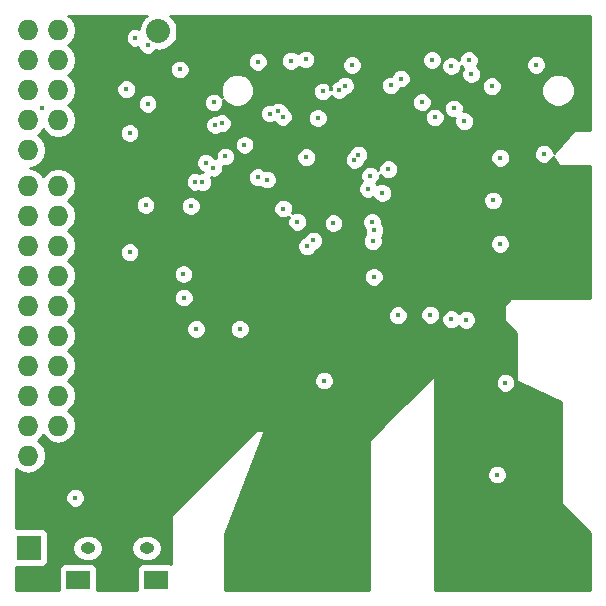
<source format=gbr>
%FSLAX34Y34*%
G04 Gerber Fmt 3.4, Leading zero omitted, Abs format*
G04 (created by PCBNEW (2014-06-12 BZR 4942)-product) date Mon 16 Jun 2014 06:59:23 PM PDT*
%MOIN*%
G01*
G70*
G90*
G04 APERTURE LIST*
%ADD10C,0.003937*%
%ADD11R,0.285000X0.285000*%
%ADD12O,0.049213X0.037402*%
%ADD13R,0.068000X0.068000*%
%ADD14O,0.068000X0.068000*%
%ADD15R,0.080000X0.080000*%
%ADD16O,0.080000X0.080000*%
%ADD17C,0.015748*%
%ADD18C,0.010000*%
G04 APERTURE END LIST*
G54D10*
G54D11*
X63543Y-21929D03*
G54D12*
X51870Y-31791D03*
X53838Y-31791D03*
G54D10*
G36*
X51948Y-32549D02*
X51948Y-33159D01*
X51161Y-33159D01*
X51161Y-32549D01*
X51948Y-32549D01*
X51948Y-32549D01*
G37*
G36*
X54547Y-32549D02*
X54547Y-33159D01*
X53759Y-33159D01*
X53759Y-32549D01*
X54547Y-32549D01*
X54547Y-32549D01*
G37*
G54D13*
X50893Y-18535D03*
G54D14*
X49893Y-18535D03*
X50893Y-17535D03*
X49893Y-17535D03*
X50893Y-16535D03*
X49893Y-16535D03*
X50893Y-15535D03*
X49893Y-15535D03*
X50893Y-14535D03*
X49893Y-14535D03*
G54D15*
X49901Y-31783D03*
G54D16*
X49901Y-32783D03*
G54D15*
X55224Y-14566D03*
G54D16*
X54224Y-14566D03*
G54D13*
X50893Y-28712D03*
G54D14*
X49893Y-28712D03*
X50893Y-27712D03*
X49893Y-27712D03*
X50893Y-26712D03*
X49893Y-26712D03*
X50893Y-25712D03*
X49893Y-25712D03*
X50893Y-24712D03*
X49893Y-24712D03*
X50893Y-23712D03*
X49893Y-23712D03*
X50893Y-22712D03*
X49893Y-22712D03*
X50893Y-21712D03*
X49893Y-21712D03*
X50893Y-20712D03*
X49893Y-20712D03*
X50893Y-19712D03*
X49893Y-19712D03*
G54D17*
X67079Y-18651D03*
X56580Y-32394D03*
X57914Y-22653D03*
X59981Y-16506D03*
X65215Y-31402D03*
X68498Y-32394D03*
X65742Y-20258D03*
X60590Y-30236D03*
X60759Y-28338D03*
X59842Y-32480D03*
X59744Y-26980D03*
X64000Y-21900D03*
X63543Y-21929D03*
X64000Y-21300D03*
X64500Y-21300D03*
X64500Y-21900D03*
X64500Y-22500D03*
X64500Y-23100D03*
X64000Y-23100D03*
X64000Y-22500D03*
X63500Y-22500D03*
X63500Y-23100D03*
X62900Y-23100D03*
X62900Y-22500D03*
X62900Y-21900D03*
X62900Y-21300D03*
X63500Y-21300D03*
X63500Y-20800D03*
X62900Y-20800D03*
X62400Y-20800D03*
X62400Y-21300D03*
X62400Y-21900D03*
X62400Y-22500D03*
X62400Y-23100D03*
X64000Y-20800D03*
X64500Y-20800D03*
X53803Y-20362D03*
X59392Y-21542D03*
X58862Y-20916D03*
X61692Y-19958D03*
X59158Y-18771D03*
X65385Y-20205D03*
X55306Y-20393D03*
X63295Y-24017D03*
X62212Y-24036D03*
X65619Y-21651D03*
X59748Y-26212D03*
X65516Y-29343D03*
X51454Y-30118D03*
X63992Y-24167D03*
X61372Y-21567D03*
X65628Y-18782D03*
X61347Y-20927D03*
X65340Y-16400D03*
X61432Y-21206D03*
X64425Y-17568D03*
X61220Y-19815D03*
X64661Y-15995D03*
X61895Y-19168D03*
X63440Y-17440D03*
X59703Y-16572D03*
X56070Y-16942D03*
X61287Y-19382D03*
X60065Y-20963D03*
X60453Y-16378D03*
X60686Y-15696D03*
X60248Y-16528D03*
X59135Y-15505D03*
X61408Y-22756D03*
X59185Y-21735D03*
X58228Y-17242D03*
X53870Y-15022D03*
X58643Y-15547D03*
X54946Y-15841D03*
X58374Y-17416D03*
X53162Y-16501D03*
X57939Y-17309D03*
X53465Y-14784D03*
X60763Y-18856D03*
X57854Y-19511D03*
X57543Y-15582D03*
X57545Y-19435D03*
X56124Y-17693D03*
X57100Y-18356D03*
X53271Y-17959D03*
X66820Y-15687D03*
X55067Y-22662D03*
X64575Y-15530D03*
X53271Y-21933D03*
X64078Y-17139D03*
X55079Y-23445D03*
X63990Y-15725D03*
X55462Y-19587D03*
X63353Y-15523D03*
X56067Y-19119D03*
X63005Y-16930D03*
X55693Y-19601D03*
X59543Y-17461D03*
X56345Y-17635D03*
X62313Y-16145D03*
X55819Y-18954D03*
X61978Y-16372D03*
X56463Y-18741D03*
X56946Y-24492D03*
X55482Y-24492D03*
X60899Y-18680D03*
X58393Y-20480D03*
X50363Y-17113D03*
X53870Y-16982D03*
X64487Y-24183D03*
X65798Y-26282D03*
G54D18*
G36*
X68627Y-33194D02*
X66127Y-33194D01*
X66127Y-26217D01*
X66077Y-26096D01*
X65985Y-26003D01*
X65864Y-25953D01*
X65733Y-25953D01*
X65612Y-26003D01*
X65520Y-26095D01*
X65470Y-26216D01*
X65470Y-26347D01*
X65520Y-26468D01*
X65612Y-26560D01*
X65733Y-26611D01*
X65864Y-26611D01*
X65984Y-26561D01*
X66077Y-26468D01*
X66127Y-26348D01*
X66127Y-26217D01*
X66127Y-33194D01*
X65845Y-33194D01*
X65845Y-29278D01*
X65795Y-29157D01*
X65703Y-29065D01*
X65582Y-29015D01*
X65451Y-29015D01*
X65330Y-29065D01*
X65238Y-29157D01*
X65187Y-29278D01*
X65187Y-29409D01*
X65237Y-29529D01*
X65330Y-29622D01*
X65450Y-29672D01*
X65581Y-29672D01*
X65702Y-29622D01*
X65795Y-29530D01*
X65845Y-29409D01*
X65845Y-29278D01*
X65845Y-33194D01*
X64989Y-33194D01*
X64989Y-15930D01*
X64939Y-15809D01*
X64850Y-15720D01*
X64854Y-15716D01*
X64904Y-15595D01*
X64904Y-15465D01*
X64854Y-15344D01*
X64762Y-15251D01*
X64641Y-15201D01*
X64510Y-15201D01*
X64389Y-15251D01*
X64297Y-15343D01*
X64246Y-15464D01*
X64246Y-15516D01*
X64177Y-15446D01*
X64056Y-15396D01*
X63925Y-15396D01*
X63804Y-15446D01*
X63712Y-15538D01*
X63682Y-15610D01*
X63682Y-15458D01*
X63632Y-15337D01*
X63539Y-15245D01*
X63419Y-15195D01*
X63288Y-15195D01*
X63167Y-15245D01*
X63074Y-15337D01*
X63024Y-15458D01*
X63024Y-15589D01*
X63074Y-15709D01*
X63166Y-15802D01*
X63287Y-15852D01*
X63418Y-15852D01*
X63539Y-15802D01*
X63631Y-15710D01*
X63682Y-15589D01*
X63682Y-15458D01*
X63682Y-15610D01*
X63661Y-15659D01*
X63661Y-15790D01*
X63711Y-15910D01*
X63804Y-16003D01*
X63924Y-16053D01*
X64055Y-16053D01*
X64176Y-16003D01*
X64269Y-15911D01*
X64319Y-15790D01*
X64319Y-15738D01*
X64386Y-15805D01*
X64382Y-15809D01*
X64332Y-15929D01*
X64332Y-16060D01*
X64382Y-16181D01*
X64474Y-16274D01*
X64595Y-16324D01*
X64726Y-16324D01*
X64846Y-16274D01*
X64939Y-16182D01*
X64989Y-16061D01*
X64989Y-15930D01*
X64989Y-33194D01*
X64815Y-33194D01*
X64815Y-24118D01*
X64766Y-23997D01*
X64754Y-23985D01*
X64754Y-17503D01*
X64704Y-17382D01*
X64611Y-17289D01*
X64490Y-17239D01*
X64392Y-17239D01*
X64406Y-17204D01*
X64407Y-17074D01*
X64357Y-16953D01*
X64264Y-16860D01*
X64143Y-16810D01*
X64013Y-16810D01*
X63892Y-16860D01*
X63799Y-16952D01*
X63749Y-17073D01*
X63749Y-17204D01*
X63799Y-17325D01*
X63891Y-17417D01*
X64012Y-17467D01*
X64110Y-17467D01*
X64096Y-17502D01*
X64096Y-17633D01*
X64146Y-17754D01*
X64238Y-17846D01*
X64359Y-17896D01*
X64490Y-17896D01*
X64611Y-17847D01*
X64703Y-17754D01*
X64753Y-17633D01*
X64754Y-17503D01*
X64754Y-23985D01*
X64673Y-23905D01*
X64552Y-23854D01*
X64422Y-23854D01*
X64301Y-23904D01*
X64248Y-23957D01*
X64179Y-23888D01*
X64058Y-23838D01*
X63927Y-23838D01*
X63806Y-23888D01*
X63768Y-23925D01*
X63768Y-17375D01*
X63718Y-17254D01*
X63626Y-17161D01*
X63505Y-17111D01*
X63375Y-17111D01*
X63334Y-17128D01*
X63334Y-16865D01*
X63284Y-16744D01*
X63192Y-16651D01*
X63071Y-16601D01*
X62940Y-16601D01*
X62819Y-16651D01*
X62727Y-16743D01*
X62677Y-16864D01*
X62677Y-16995D01*
X62727Y-17116D01*
X62819Y-17208D01*
X62940Y-17259D01*
X63071Y-17259D01*
X63191Y-17209D01*
X63284Y-17116D01*
X63334Y-16996D01*
X63334Y-16865D01*
X63334Y-17128D01*
X63254Y-17161D01*
X63161Y-17253D01*
X63111Y-17374D01*
X63111Y-17505D01*
X63161Y-17626D01*
X63253Y-17718D01*
X63374Y-17768D01*
X63505Y-17769D01*
X63626Y-17719D01*
X63718Y-17626D01*
X63768Y-17505D01*
X63768Y-17375D01*
X63768Y-23925D01*
X63714Y-23980D01*
X63663Y-24101D01*
X63663Y-24232D01*
X63713Y-24353D01*
X63806Y-24445D01*
X63926Y-24495D01*
X64057Y-24495D01*
X64178Y-24445D01*
X64231Y-24392D01*
X64300Y-24462D01*
X64421Y-24512D01*
X64552Y-24512D01*
X64673Y-24462D01*
X64765Y-24370D01*
X64815Y-24249D01*
X64815Y-24118D01*
X64815Y-33194D01*
X63624Y-33194D01*
X63624Y-23952D01*
X63574Y-23831D01*
X63481Y-23738D01*
X63361Y-23688D01*
X63230Y-23688D01*
X63109Y-23738D01*
X63016Y-23831D01*
X62966Y-23951D01*
X62966Y-24082D01*
X63016Y-24203D01*
X63108Y-24296D01*
X63229Y-24346D01*
X63360Y-24346D01*
X63481Y-24296D01*
X63573Y-24203D01*
X63624Y-24083D01*
X63624Y-23952D01*
X63624Y-33194D01*
X63450Y-33194D01*
X63450Y-25979D01*
X62642Y-26787D01*
X62642Y-16080D01*
X62592Y-15959D01*
X62499Y-15867D01*
X62378Y-15817D01*
X62248Y-15817D01*
X62127Y-15866D01*
X62034Y-15959D01*
X61999Y-16044D01*
X61913Y-16044D01*
X61792Y-16094D01*
X61700Y-16186D01*
X61649Y-16307D01*
X61649Y-16438D01*
X61699Y-16558D01*
X61792Y-16651D01*
X61912Y-16701D01*
X62043Y-16701D01*
X62164Y-16651D01*
X62257Y-16559D01*
X62292Y-16474D01*
X62378Y-16474D01*
X62499Y-16424D01*
X62591Y-16332D01*
X62641Y-16211D01*
X62642Y-16080D01*
X62642Y-26787D01*
X62541Y-26887D01*
X62541Y-23971D01*
X62491Y-23850D01*
X62399Y-23757D01*
X62278Y-23707D01*
X62224Y-23707D01*
X62224Y-19103D01*
X62174Y-18982D01*
X62082Y-18890D01*
X61961Y-18840D01*
X61830Y-18840D01*
X61709Y-18890D01*
X61617Y-18982D01*
X61567Y-19103D01*
X61567Y-19198D01*
X61566Y-19196D01*
X61473Y-19103D01*
X61353Y-19053D01*
X61228Y-19053D01*
X61228Y-18615D01*
X61178Y-18494D01*
X61085Y-18402D01*
X61015Y-18373D01*
X61015Y-15631D01*
X60965Y-15510D01*
X60873Y-15417D01*
X60752Y-15367D01*
X60621Y-15367D01*
X60500Y-15417D01*
X60408Y-15509D01*
X60358Y-15630D01*
X60358Y-15761D01*
X60408Y-15882D01*
X60500Y-15974D01*
X60621Y-16024D01*
X60752Y-16025D01*
X60872Y-15975D01*
X60965Y-15882D01*
X61015Y-15761D01*
X61015Y-15631D01*
X61015Y-18373D01*
X60965Y-18352D01*
X60834Y-18352D01*
X60781Y-18373D01*
X60781Y-16313D01*
X60731Y-16192D01*
X60639Y-16100D01*
X60518Y-16050D01*
X60387Y-16050D01*
X60267Y-16100D01*
X60174Y-16192D01*
X60169Y-16205D01*
X60062Y-16249D01*
X59970Y-16341D01*
X59960Y-16365D01*
X59890Y-16294D01*
X59769Y-16244D01*
X59638Y-16244D01*
X59517Y-16293D01*
X59464Y-16346D01*
X59464Y-15439D01*
X59414Y-15319D01*
X59322Y-15226D01*
X59201Y-15176D01*
X59070Y-15176D01*
X58949Y-15226D01*
X58868Y-15307D01*
X58829Y-15269D01*
X58708Y-15219D01*
X58577Y-15218D01*
X58457Y-15268D01*
X58364Y-15361D01*
X58314Y-15482D01*
X58314Y-15612D01*
X58364Y-15733D01*
X58456Y-15826D01*
X58577Y-15876D01*
X58708Y-15876D01*
X58829Y-15826D01*
X58910Y-15744D01*
X58949Y-15783D01*
X59070Y-15833D01*
X59200Y-15833D01*
X59321Y-15783D01*
X59414Y-15691D01*
X59464Y-15570D01*
X59464Y-15439D01*
X59464Y-16346D01*
X59425Y-16386D01*
X59374Y-16507D01*
X59374Y-16637D01*
X59424Y-16758D01*
X59517Y-16851D01*
X59637Y-16901D01*
X59768Y-16901D01*
X59889Y-16851D01*
X59982Y-16759D01*
X59991Y-16736D01*
X60062Y-16806D01*
X60183Y-16856D01*
X60313Y-16857D01*
X60434Y-16807D01*
X60527Y-16714D01*
X60532Y-16701D01*
X60639Y-16657D01*
X60731Y-16565D01*
X60781Y-16444D01*
X60781Y-16313D01*
X60781Y-18373D01*
X60713Y-18402D01*
X60620Y-18494D01*
X60588Y-18573D01*
X60577Y-18577D01*
X60484Y-18670D01*
X60434Y-18791D01*
X60434Y-18921D01*
X60484Y-19042D01*
X60576Y-19135D01*
X60697Y-19185D01*
X60828Y-19185D01*
X60949Y-19135D01*
X61041Y-19043D01*
X61074Y-18964D01*
X61085Y-18959D01*
X61177Y-18867D01*
X61228Y-18746D01*
X61228Y-18615D01*
X61228Y-19053D01*
X61222Y-19053D01*
X61101Y-19103D01*
X61008Y-19195D01*
X60958Y-19316D01*
X60958Y-19447D01*
X61006Y-19563D01*
X60941Y-19629D01*
X60891Y-19749D01*
X60891Y-19880D01*
X60941Y-20001D01*
X61033Y-20094D01*
X61154Y-20144D01*
X61285Y-20144D01*
X61395Y-20098D01*
X61413Y-20144D01*
X61506Y-20236D01*
X61627Y-20286D01*
X61757Y-20286D01*
X61878Y-20236D01*
X61971Y-20144D01*
X62021Y-20023D01*
X62021Y-19892D01*
X61971Y-19772D01*
X61879Y-19679D01*
X61758Y-19629D01*
X61627Y-19629D01*
X61517Y-19674D01*
X61500Y-19633D01*
X61566Y-19568D01*
X61616Y-19447D01*
X61616Y-19353D01*
X61617Y-19354D01*
X61709Y-19447D01*
X61830Y-19497D01*
X61960Y-19497D01*
X62081Y-19447D01*
X62174Y-19355D01*
X62224Y-19234D01*
X62224Y-19103D01*
X62224Y-23707D01*
X62147Y-23707D01*
X62026Y-23757D01*
X61934Y-23849D01*
X61883Y-23970D01*
X61883Y-24101D01*
X61933Y-24222D01*
X62026Y-24314D01*
X62146Y-24364D01*
X62277Y-24365D01*
X62398Y-24315D01*
X62491Y-24222D01*
X62541Y-24101D01*
X62541Y-23971D01*
X62541Y-26887D01*
X61761Y-27667D01*
X61761Y-21140D01*
X61711Y-21020D01*
X61676Y-20984D01*
X61676Y-20862D01*
X61626Y-20741D01*
X61534Y-20649D01*
X61413Y-20599D01*
X61282Y-20598D01*
X61161Y-20648D01*
X61069Y-20741D01*
X61019Y-20862D01*
X61018Y-20992D01*
X61068Y-21113D01*
X61104Y-21148D01*
X61104Y-21271D01*
X61133Y-21341D01*
X61093Y-21380D01*
X61043Y-21501D01*
X61043Y-21632D01*
X61093Y-21753D01*
X61186Y-21845D01*
X61306Y-21896D01*
X61437Y-21896D01*
X61558Y-21846D01*
X61651Y-21753D01*
X61701Y-21633D01*
X61701Y-21502D01*
X61672Y-21431D01*
X61711Y-21392D01*
X61761Y-21271D01*
X61761Y-21140D01*
X61761Y-27667D01*
X61736Y-27692D01*
X61736Y-22691D01*
X61686Y-22570D01*
X61594Y-22477D01*
X61473Y-22427D01*
X61342Y-22427D01*
X61222Y-22477D01*
X61129Y-22569D01*
X61079Y-22690D01*
X61079Y-22821D01*
X61129Y-22942D01*
X61221Y-23034D01*
X61342Y-23084D01*
X61473Y-23084D01*
X61594Y-23035D01*
X61686Y-22942D01*
X61736Y-22821D01*
X61736Y-22691D01*
X61736Y-27692D01*
X61250Y-28179D01*
X61250Y-33194D01*
X60394Y-33194D01*
X60394Y-20898D01*
X60344Y-20777D01*
X60251Y-20684D01*
X60131Y-20634D01*
X60000Y-20634D01*
X59879Y-20684D01*
X59872Y-20691D01*
X59872Y-17396D01*
X59822Y-17275D01*
X59729Y-17183D01*
X59609Y-17133D01*
X59478Y-17132D01*
X59357Y-17182D01*
X59264Y-17275D01*
X59214Y-17396D01*
X59214Y-17526D01*
X59264Y-17647D01*
X59357Y-17740D01*
X59477Y-17790D01*
X59608Y-17790D01*
X59729Y-17740D01*
X59821Y-17648D01*
X59872Y-17527D01*
X59872Y-17396D01*
X59872Y-20691D01*
X59786Y-20776D01*
X59736Y-20897D01*
X59736Y-21028D01*
X59786Y-21149D01*
X59879Y-21241D01*
X59999Y-21291D01*
X60130Y-21292D01*
X60251Y-21242D01*
X60344Y-21149D01*
X60394Y-21028D01*
X60394Y-20898D01*
X60394Y-33194D01*
X60076Y-33194D01*
X60076Y-26147D01*
X60026Y-26026D01*
X59934Y-25934D01*
X59813Y-25883D01*
X59721Y-25883D01*
X59721Y-21476D01*
X59671Y-21356D01*
X59579Y-21263D01*
X59487Y-21225D01*
X59487Y-18705D01*
X59437Y-18585D01*
X59345Y-18492D01*
X59224Y-18442D01*
X59093Y-18442D01*
X58972Y-18492D01*
X58880Y-18584D01*
X58829Y-18705D01*
X58829Y-18836D01*
X58879Y-18956D01*
X58972Y-19049D01*
X59092Y-19099D01*
X59223Y-19099D01*
X59344Y-19049D01*
X59437Y-18957D01*
X59487Y-18836D01*
X59487Y-18705D01*
X59487Y-21225D01*
X59458Y-21213D01*
X59327Y-21213D01*
X59206Y-21263D01*
X59191Y-21279D01*
X59191Y-20851D01*
X59141Y-20730D01*
X59048Y-20638D01*
X58928Y-20588D01*
X58797Y-20588D01*
X58684Y-20634D01*
X58721Y-20545D01*
X58721Y-20415D01*
X58702Y-20369D01*
X58702Y-17351D01*
X58652Y-17230D01*
X58560Y-17137D01*
X58537Y-17128D01*
X58507Y-17056D01*
X58415Y-16963D01*
X58294Y-16913D01*
X58163Y-16913D01*
X58042Y-16963D01*
X58019Y-16987D01*
X58004Y-16981D01*
X57874Y-16981D01*
X57872Y-16981D01*
X57872Y-15516D01*
X57822Y-15396D01*
X57730Y-15303D01*
X57609Y-15253D01*
X57478Y-15253D01*
X57357Y-15303D01*
X57265Y-15395D01*
X57215Y-15516D01*
X57214Y-15647D01*
X57264Y-15768D01*
X57357Y-15860D01*
X57478Y-15910D01*
X57608Y-15910D01*
X57729Y-15860D01*
X57822Y-15768D01*
X57872Y-15647D01*
X57872Y-15516D01*
X57872Y-16981D01*
X57753Y-17031D01*
X57660Y-17123D01*
X57610Y-17244D01*
X57610Y-17374D01*
X57660Y-17495D01*
X57752Y-17588D01*
X57873Y-17638D01*
X58004Y-17638D01*
X58094Y-17601D01*
X58095Y-17602D01*
X58187Y-17694D01*
X58308Y-17744D01*
X58439Y-17745D01*
X58559Y-17695D01*
X58652Y-17602D01*
X58702Y-17481D01*
X58702Y-17351D01*
X58702Y-20369D01*
X58671Y-20294D01*
X58579Y-20201D01*
X58458Y-20151D01*
X58327Y-20151D01*
X58207Y-20201D01*
X58183Y-20225D01*
X58183Y-19446D01*
X58133Y-19325D01*
X58040Y-19232D01*
X57919Y-19182D01*
X57789Y-19182D01*
X57766Y-19191D01*
X57731Y-19156D01*
X57611Y-19106D01*
X57480Y-19106D01*
X57429Y-19127D01*
X57429Y-18290D01*
X57411Y-18248D01*
X57411Y-16425D01*
X57327Y-16221D01*
X57171Y-16065D01*
X56967Y-15980D01*
X56746Y-15980D01*
X56542Y-16064D01*
X56385Y-16220D01*
X56301Y-16424D01*
X56301Y-16645D01*
X56344Y-16751D01*
X56257Y-16663D01*
X56136Y-16613D01*
X56005Y-16613D01*
X55884Y-16663D01*
X55792Y-16755D01*
X55742Y-16876D01*
X55741Y-17007D01*
X55791Y-17128D01*
X55884Y-17220D01*
X56005Y-17270D01*
X56135Y-17270D01*
X56256Y-17221D01*
X56349Y-17128D01*
X56399Y-17007D01*
X56399Y-16877D01*
X56390Y-16854D01*
X56541Y-17005D01*
X56745Y-17090D01*
X56966Y-17090D01*
X57170Y-17006D01*
X57326Y-16850D01*
X57411Y-16646D01*
X57411Y-16425D01*
X57411Y-18248D01*
X57379Y-18170D01*
X57286Y-18077D01*
X57165Y-18027D01*
X57035Y-18027D01*
X56914Y-18077D01*
X56821Y-18169D01*
X56771Y-18290D01*
X56771Y-18421D01*
X56821Y-18542D01*
X56913Y-18634D01*
X57034Y-18684D01*
X57165Y-18684D01*
X57286Y-18634D01*
X57378Y-18542D01*
X57428Y-18421D01*
X57429Y-18290D01*
X57429Y-19127D01*
X57359Y-19156D01*
X57266Y-19248D01*
X57216Y-19369D01*
X57216Y-19500D01*
X57266Y-19621D01*
X57358Y-19713D01*
X57479Y-19763D01*
X57610Y-19763D01*
X57632Y-19754D01*
X57667Y-19789D01*
X57788Y-19839D01*
X57919Y-19840D01*
X58040Y-19790D01*
X58132Y-19697D01*
X58182Y-19576D01*
X58183Y-19446D01*
X58183Y-20225D01*
X58114Y-20293D01*
X58064Y-20414D01*
X58064Y-20545D01*
X58114Y-20666D01*
X58206Y-20758D01*
X58327Y-20808D01*
X58458Y-20808D01*
X58570Y-20762D01*
X58533Y-20851D01*
X58533Y-20981D01*
X58583Y-21102D01*
X58675Y-21195D01*
X58796Y-21245D01*
X58927Y-21245D01*
X59048Y-21195D01*
X59140Y-21103D01*
X59191Y-20982D01*
X59191Y-20851D01*
X59191Y-21279D01*
X59114Y-21355D01*
X59087Y-21419D01*
X58999Y-21456D01*
X58906Y-21548D01*
X58856Y-21669D01*
X58856Y-21800D01*
X58906Y-21921D01*
X58998Y-22013D01*
X59119Y-22063D01*
X59250Y-22063D01*
X59371Y-22014D01*
X59463Y-21921D01*
X59490Y-21857D01*
X59578Y-21820D01*
X59671Y-21728D01*
X59721Y-21607D01*
X59721Y-21476D01*
X59721Y-25883D01*
X59682Y-25883D01*
X59562Y-25933D01*
X59469Y-26026D01*
X59419Y-26146D01*
X59419Y-26277D01*
X59469Y-26398D01*
X59561Y-26491D01*
X59682Y-26541D01*
X59813Y-26541D01*
X59934Y-26491D01*
X60026Y-26399D01*
X60076Y-26278D01*
X60076Y-26147D01*
X60076Y-33194D01*
X56450Y-33194D01*
X56450Y-31309D01*
X57772Y-27850D01*
X57479Y-27850D01*
X57275Y-28053D01*
X57275Y-24427D01*
X57225Y-24306D01*
X57132Y-24213D01*
X57012Y-24163D01*
X56881Y-24163D01*
X56791Y-24200D01*
X56791Y-18676D01*
X56742Y-18555D01*
X56674Y-18487D01*
X56674Y-17570D01*
X56624Y-17449D01*
X56532Y-17356D01*
X56411Y-17306D01*
X56280Y-17306D01*
X56159Y-17356D01*
X56150Y-17365D01*
X56059Y-17364D01*
X55938Y-17414D01*
X55846Y-17507D01*
X55796Y-17628D01*
X55796Y-17758D01*
X55846Y-17879D01*
X55938Y-17972D01*
X56059Y-18022D01*
X56190Y-18022D01*
X56310Y-17972D01*
X56319Y-17964D01*
X56410Y-17964D01*
X56531Y-17914D01*
X56624Y-17821D01*
X56674Y-17700D01*
X56674Y-17570D01*
X56674Y-18487D01*
X56649Y-18462D01*
X56528Y-18412D01*
X56398Y-18412D01*
X56277Y-18462D01*
X56184Y-18554D01*
X56134Y-18675D01*
X56134Y-18791D01*
X56133Y-18791D01*
X56107Y-18791D01*
X56098Y-18768D01*
X56005Y-18676D01*
X55885Y-18625D01*
X55754Y-18625D01*
X55633Y-18675D01*
X55540Y-18768D01*
X55490Y-18888D01*
X55490Y-19019D01*
X55540Y-19140D01*
X55632Y-19233D01*
X55729Y-19273D01*
X55628Y-19273D01*
X55595Y-19286D01*
X55528Y-19259D01*
X55397Y-19258D01*
X55277Y-19308D01*
X55274Y-19311D01*
X55274Y-15776D01*
X55224Y-15655D01*
X55132Y-15562D01*
X55011Y-15512D01*
X54881Y-15512D01*
X54760Y-15562D01*
X54667Y-15654D01*
X54617Y-15775D01*
X54617Y-15906D01*
X54667Y-16027D01*
X54759Y-16119D01*
X54880Y-16169D01*
X55011Y-16170D01*
X55132Y-16120D01*
X55224Y-16027D01*
X55274Y-15906D01*
X55274Y-15776D01*
X55274Y-19311D01*
X55184Y-19401D01*
X55134Y-19522D01*
X55134Y-19652D01*
X55184Y-19773D01*
X55276Y-19866D01*
X55397Y-19916D01*
X55528Y-19916D01*
X55561Y-19902D01*
X55628Y-19930D01*
X55759Y-19930D01*
X55879Y-19880D01*
X55972Y-19788D01*
X56022Y-19667D01*
X56022Y-19536D01*
X55982Y-19440D01*
X56001Y-19448D01*
X56132Y-19448D01*
X56253Y-19398D01*
X56345Y-19306D01*
X56396Y-19185D01*
X56396Y-19069D01*
X56397Y-19070D01*
X56528Y-19070D01*
X56649Y-19020D01*
X56741Y-18927D01*
X56791Y-18807D01*
X56791Y-18676D01*
X56791Y-24200D01*
X56760Y-24213D01*
X56667Y-24305D01*
X56617Y-24426D01*
X56617Y-24557D01*
X56667Y-24678D01*
X56760Y-24770D01*
X56880Y-24820D01*
X57011Y-24821D01*
X57132Y-24771D01*
X57225Y-24678D01*
X57275Y-24557D01*
X57275Y-24427D01*
X57275Y-28053D01*
X55811Y-29517D01*
X55811Y-24427D01*
X55761Y-24306D01*
X55669Y-24213D01*
X55635Y-24199D01*
X55635Y-20328D01*
X55585Y-20207D01*
X55492Y-20114D01*
X55372Y-20064D01*
X55241Y-20064D01*
X55120Y-20114D01*
X55027Y-20206D01*
X54977Y-20327D01*
X54977Y-20458D01*
X55027Y-20579D01*
X55119Y-20671D01*
X55240Y-20722D01*
X55371Y-20722D01*
X55492Y-20672D01*
X55584Y-20579D01*
X55635Y-20459D01*
X55635Y-20328D01*
X55635Y-24199D01*
X55548Y-24163D01*
X55417Y-24163D01*
X55408Y-24167D01*
X55408Y-23380D01*
X55396Y-23352D01*
X55396Y-22596D01*
X55346Y-22476D01*
X55254Y-22383D01*
X55133Y-22333D01*
X55002Y-22333D01*
X54881Y-22383D01*
X54789Y-22475D01*
X54738Y-22596D01*
X54738Y-22727D01*
X54788Y-22848D01*
X54881Y-22940D01*
X55001Y-22990D01*
X55132Y-22990D01*
X55253Y-22940D01*
X55346Y-22848D01*
X55396Y-22727D01*
X55396Y-22596D01*
X55396Y-23352D01*
X55358Y-23260D01*
X55265Y-23167D01*
X55145Y-23117D01*
X55014Y-23117D01*
X54893Y-23167D01*
X54800Y-23259D01*
X54750Y-23380D01*
X54750Y-23511D01*
X54800Y-23631D01*
X54893Y-23724D01*
X55013Y-23774D01*
X55144Y-23774D01*
X55265Y-23724D01*
X55358Y-23632D01*
X55408Y-23511D01*
X55408Y-23380D01*
X55408Y-24167D01*
X55296Y-24213D01*
X55204Y-24305D01*
X55154Y-24426D01*
X55153Y-24557D01*
X55203Y-24678D01*
X55296Y-24770D01*
X55417Y-24820D01*
X55547Y-24821D01*
X55668Y-24771D01*
X55761Y-24678D01*
X55811Y-24557D01*
X55811Y-24427D01*
X55811Y-29517D01*
X54650Y-30679D01*
X54650Y-32321D01*
X54596Y-32299D01*
X54497Y-32299D01*
X54344Y-32299D01*
X54344Y-31791D01*
X54311Y-31624D01*
X54216Y-31482D01*
X54199Y-31470D01*
X54199Y-16917D01*
X54149Y-16796D01*
X54056Y-16703D01*
X53936Y-16653D01*
X53805Y-16653D01*
X53684Y-16703D01*
X53591Y-16796D01*
X53541Y-16916D01*
X53541Y-17047D01*
X53591Y-17168D01*
X53683Y-17261D01*
X53804Y-17311D01*
X53935Y-17311D01*
X54056Y-17261D01*
X54148Y-17168D01*
X54199Y-17048D01*
X54199Y-16917D01*
X54199Y-31470D01*
X54131Y-31425D01*
X54131Y-20297D01*
X54082Y-20176D01*
X53989Y-20083D01*
X53868Y-20033D01*
X53738Y-20033D01*
X53617Y-20083D01*
X53600Y-20100D01*
X53600Y-17894D01*
X53550Y-17773D01*
X53491Y-17714D01*
X53491Y-16435D01*
X53441Y-16315D01*
X53348Y-16222D01*
X53227Y-16172D01*
X53097Y-16172D01*
X52976Y-16222D01*
X52883Y-16314D01*
X52833Y-16435D01*
X52833Y-16566D01*
X52883Y-16687D01*
X52975Y-16779D01*
X53096Y-16829D01*
X53227Y-16829D01*
X53348Y-16779D01*
X53440Y-16687D01*
X53490Y-16566D01*
X53491Y-16435D01*
X53491Y-17714D01*
X53457Y-17681D01*
X53337Y-17631D01*
X53206Y-17631D01*
X53085Y-17680D01*
X52992Y-17773D01*
X52942Y-17894D01*
X52942Y-18024D01*
X52992Y-18145D01*
X53084Y-18238D01*
X53205Y-18288D01*
X53336Y-18288D01*
X53457Y-18238D01*
X53549Y-18146D01*
X53600Y-18025D01*
X53600Y-17894D01*
X53600Y-20100D01*
X53524Y-20175D01*
X53474Y-20296D01*
X53474Y-20427D01*
X53524Y-20548D01*
X53616Y-20640D01*
X53737Y-20690D01*
X53868Y-20691D01*
X53989Y-20641D01*
X54081Y-20548D01*
X54131Y-20427D01*
X54131Y-20297D01*
X54131Y-31425D01*
X54074Y-31387D01*
X53907Y-31354D01*
X53769Y-31354D01*
X53602Y-31387D01*
X53600Y-31389D01*
X53600Y-21868D01*
X53550Y-21747D01*
X53457Y-21654D01*
X53337Y-21604D01*
X53206Y-21604D01*
X53085Y-21654D01*
X52992Y-21747D01*
X52942Y-21867D01*
X52942Y-21998D01*
X52992Y-22119D01*
X53084Y-22212D01*
X53205Y-22262D01*
X53336Y-22262D01*
X53457Y-22212D01*
X53549Y-22119D01*
X53600Y-21999D01*
X53600Y-21868D01*
X53600Y-31389D01*
X53460Y-31482D01*
X53366Y-31624D01*
X53332Y-31791D01*
X53366Y-31958D01*
X53460Y-32100D01*
X53602Y-32195D01*
X53769Y-32228D01*
X53907Y-32228D01*
X54074Y-32195D01*
X54216Y-32100D01*
X54311Y-31958D01*
X54344Y-31791D01*
X54344Y-32299D01*
X53710Y-32299D01*
X53618Y-32337D01*
X53547Y-32407D01*
X53509Y-32499D01*
X53509Y-32598D01*
X53509Y-33194D01*
X52375Y-33194D01*
X52375Y-31791D01*
X52342Y-31624D01*
X52247Y-31482D01*
X52106Y-31387D01*
X51938Y-31354D01*
X51801Y-31354D01*
X51783Y-31357D01*
X51783Y-30053D01*
X51733Y-29932D01*
X51641Y-29839D01*
X51520Y-29789D01*
X51389Y-29789D01*
X51268Y-29839D01*
X51176Y-29931D01*
X51126Y-30052D01*
X51126Y-30183D01*
X51176Y-30304D01*
X51268Y-30396D01*
X51389Y-30446D01*
X51520Y-30446D01*
X51640Y-30396D01*
X51733Y-30304D01*
X51783Y-30183D01*
X51783Y-30053D01*
X51783Y-31357D01*
X51634Y-31387D01*
X51492Y-31482D01*
X51397Y-31624D01*
X51364Y-31791D01*
X51397Y-31958D01*
X51492Y-32100D01*
X51634Y-32195D01*
X51801Y-32228D01*
X51938Y-32228D01*
X52106Y-32195D01*
X52247Y-32100D01*
X52342Y-31958D01*
X52375Y-31791D01*
X52375Y-33194D01*
X52198Y-33194D01*
X52198Y-33109D01*
X52198Y-32499D01*
X52160Y-32407D01*
X52090Y-32337D01*
X51998Y-32299D01*
X51899Y-32299D01*
X51111Y-32299D01*
X51019Y-32337D01*
X50949Y-32407D01*
X50911Y-32499D01*
X50911Y-32598D01*
X50911Y-33194D01*
X49482Y-33194D01*
X49482Y-32433D01*
X49551Y-32433D01*
X50351Y-32433D01*
X50443Y-32395D01*
X50513Y-32325D01*
X50551Y-32233D01*
X50551Y-32133D01*
X50551Y-31333D01*
X50513Y-31241D01*
X50443Y-31171D01*
X50351Y-31133D01*
X50251Y-31133D01*
X49482Y-31133D01*
X49482Y-29145D01*
X49667Y-29269D01*
X49893Y-29314D01*
X50119Y-29269D01*
X50310Y-29141D01*
X50438Y-28949D01*
X50483Y-28724D01*
X50483Y-28701D01*
X50438Y-28475D01*
X50310Y-28283D01*
X50204Y-28212D01*
X50310Y-28141D01*
X50393Y-28017D01*
X50476Y-28141D01*
X50667Y-28269D01*
X50893Y-28314D01*
X51119Y-28269D01*
X51310Y-28141D01*
X51438Y-27949D01*
X51483Y-27724D01*
X51483Y-27701D01*
X51438Y-27475D01*
X51310Y-27283D01*
X51204Y-27212D01*
X51310Y-27141D01*
X51438Y-26949D01*
X51483Y-26724D01*
X51483Y-26701D01*
X51438Y-26475D01*
X51310Y-26283D01*
X51204Y-26212D01*
X51310Y-26141D01*
X51438Y-25949D01*
X51483Y-25724D01*
X51483Y-25701D01*
X51438Y-25475D01*
X51310Y-25283D01*
X51204Y-25212D01*
X51310Y-25141D01*
X51438Y-24949D01*
X51483Y-24724D01*
X51483Y-24701D01*
X51438Y-24475D01*
X51310Y-24283D01*
X51204Y-24212D01*
X51310Y-24141D01*
X51438Y-23949D01*
X51483Y-23724D01*
X51483Y-23701D01*
X51438Y-23475D01*
X51310Y-23283D01*
X51204Y-23212D01*
X51310Y-23141D01*
X51438Y-22949D01*
X51483Y-22724D01*
X51483Y-22701D01*
X51438Y-22475D01*
X51310Y-22283D01*
X51204Y-22212D01*
X51310Y-22141D01*
X51438Y-21949D01*
X51483Y-21724D01*
X51483Y-21701D01*
X51438Y-21475D01*
X51310Y-21283D01*
X51204Y-21212D01*
X51310Y-21141D01*
X51438Y-20949D01*
X51483Y-20724D01*
X51483Y-20701D01*
X51438Y-20475D01*
X51310Y-20283D01*
X51204Y-20212D01*
X51310Y-20141D01*
X51438Y-19949D01*
X51483Y-19724D01*
X51483Y-19701D01*
X51438Y-19475D01*
X51310Y-19283D01*
X51119Y-19155D01*
X50893Y-19111D01*
X50667Y-19155D01*
X50476Y-19283D01*
X50393Y-19407D01*
X50310Y-19283D01*
X50119Y-19155D01*
X49958Y-19124D01*
X50119Y-19092D01*
X50310Y-18964D01*
X50438Y-18772D01*
X50483Y-18546D01*
X50483Y-18523D01*
X50438Y-18298D01*
X50310Y-18106D01*
X50204Y-18035D01*
X50310Y-17964D01*
X50393Y-17840D01*
X50476Y-17964D01*
X50667Y-18092D01*
X50893Y-18136D01*
X51119Y-18092D01*
X51310Y-17964D01*
X51438Y-17772D01*
X51483Y-17546D01*
X51483Y-17523D01*
X51438Y-17298D01*
X51310Y-17106D01*
X51204Y-17035D01*
X51310Y-16964D01*
X51438Y-16772D01*
X51483Y-16546D01*
X51483Y-16523D01*
X51438Y-16298D01*
X51310Y-16106D01*
X51204Y-16035D01*
X51310Y-15964D01*
X51438Y-15772D01*
X51483Y-15546D01*
X51483Y-15523D01*
X51438Y-15298D01*
X51310Y-15106D01*
X51204Y-15035D01*
X51310Y-14964D01*
X51438Y-14772D01*
X51483Y-14546D01*
X51483Y-14523D01*
X51438Y-14298D01*
X51310Y-14106D01*
X51224Y-14049D01*
X53839Y-14049D01*
X53752Y-14107D01*
X53611Y-14318D01*
X53579Y-14476D01*
X53531Y-14456D01*
X53400Y-14455D01*
X53279Y-14505D01*
X53186Y-14598D01*
X53136Y-14719D01*
X53136Y-14849D01*
X53186Y-14970D01*
X53278Y-15063D01*
X53399Y-15113D01*
X53530Y-15113D01*
X53549Y-15105D01*
X53591Y-15208D01*
X53684Y-15300D01*
X53804Y-15350D01*
X53935Y-15350D01*
X54056Y-15301D01*
X54149Y-15208D01*
X54150Y-15204D01*
X54211Y-15216D01*
X54237Y-15216D01*
X54485Y-15167D01*
X54696Y-15026D01*
X54837Y-14815D01*
X54887Y-14566D01*
X54837Y-14318D01*
X54696Y-14107D01*
X54609Y-14049D01*
X68627Y-14049D01*
X68627Y-17850D01*
X68108Y-17850D01*
X68108Y-16425D01*
X68024Y-16221D01*
X67868Y-16065D01*
X67664Y-15980D01*
X67443Y-15980D01*
X67239Y-16064D01*
X67149Y-16154D01*
X67149Y-15622D01*
X67099Y-15501D01*
X67006Y-15408D01*
X66885Y-15358D01*
X66755Y-15358D01*
X66634Y-15408D01*
X66541Y-15500D01*
X66491Y-15621D01*
X66491Y-15752D01*
X66541Y-15873D01*
X66633Y-15965D01*
X66754Y-16016D01*
X66885Y-16016D01*
X67006Y-15966D01*
X67098Y-15873D01*
X67148Y-15753D01*
X67149Y-15622D01*
X67149Y-16154D01*
X67082Y-16220D01*
X66998Y-16424D01*
X66997Y-16645D01*
X67082Y-16849D01*
X67238Y-17005D01*
X67442Y-17090D01*
X67663Y-17090D01*
X67867Y-17006D01*
X68023Y-16850D01*
X68108Y-16646D01*
X68108Y-16425D01*
X68108Y-17850D01*
X68077Y-17850D01*
X67408Y-18614D01*
X67408Y-18586D01*
X67358Y-18465D01*
X67266Y-18373D01*
X67145Y-18323D01*
X67014Y-18323D01*
X66893Y-18372D01*
X66801Y-18465D01*
X66751Y-18586D01*
X66750Y-18716D01*
X66800Y-18837D01*
X66893Y-18930D01*
X67014Y-18980D01*
X67144Y-18980D01*
X67265Y-18930D01*
X67358Y-18838D01*
X67386Y-18770D01*
X67573Y-19050D01*
X68627Y-19050D01*
X68627Y-23450D01*
X65979Y-23450D01*
X65957Y-23471D01*
X65957Y-18717D01*
X65907Y-18596D01*
X65815Y-18503D01*
X65694Y-18453D01*
X65669Y-18453D01*
X65669Y-16335D01*
X65619Y-16214D01*
X65527Y-16121D01*
X65406Y-16071D01*
X65275Y-16071D01*
X65154Y-16121D01*
X65062Y-16213D01*
X65012Y-16334D01*
X65012Y-16465D01*
X65061Y-16586D01*
X65154Y-16678D01*
X65275Y-16729D01*
X65405Y-16729D01*
X65526Y-16679D01*
X65619Y-16586D01*
X65669Y-16466D01*
X65669Y-16335D01*
X65669Y-18453D01*
X65563Y-18453D01*
X65443Y-18503D01*
X65350Y-18595D01*
X65300Y-18716D01*
X65300Y-18847D01*
X65350Y-18968D01*
X65442Y-19060D01*
X65563Y-19111D01*
X65694Y-19111D01*
X65814Y-19061D01*
X65907Y-18968D01*
X65957Y-18848D01*
X65957Y-18717D01*
X65957Y-23471D01*
X65948Y-23481D01*
X65948Y-21586D01*
X65898Y-21465D01*
X65805Y-21372D01*
X65714Y-21334D01*
X65714Y-20140D01*
X65664Y-20019D01*
X65571Y-19926D01*
X65451Y-19876D01*
X65320Y-19876D01*
X65199Y-19926D01*
X65106Y-20018D01*
X65056Y-20139D01*
X65056Y-20270D01*
X65106Y-20391D01*
X65199Y-20483D01*
X65319Y-20533D01*
X65450Y-20533D01*
X65571Y-20483D01*
X65664Y-20391D01*
X65714Y-20270D01*
X65714Y-20140D01*
X65714Y-21334D01*
X65684Y-21322D01*
X65554Y-21322D01*
X65433Y-21372D01*
X65340Y-21464D01*
X65290Y-21585D01*
X65290Y-21716D01*
X65340Y-21837D01*
X65432Y-21929D01*
X65553Y-21980D01*
X65684Y-21980D01*
X65805Y-21930D01*
X65897Y-21837D01*
X65947Y-21717D01*
X65948Y-21586D01*
X65948Y-23481D01*
X65750Y-23679D01*
X65750Y-24220D01*
X66150Y-24620D01*
X66150Y-26231D01*
X67650Y-26931D01*
X67650Y-30320D01*
X68627Y-31298D01*
X68627Y-33194D01*
X68627Y-33194D01*
G37*
X68627Y-33194D02*
X66127Y-33194D01*
X66127Y-26217D01*
X66077Y-26096D01*
X65985Y-26003D01*
X65864Y-25953D01*
X65733Y-25953D01*
X65612Y-26003D01*
X65520Y-26095D01*
X65470Y-26216D01*
X65470Y-26347D01*
X65520Y-26468D01*
X65612Y-26560D01*
X65733Y-26611D01*
X65864Y-26611D01*
X65984Y-26561D01*
X66077Y-26468D01*
X66127Y-26348D01*
X66127Y-26217D01*
X66127Y-33194D01*
X65845Y-33194D01*
X65845Y-29278D01*
X65795Y-29157D01*
X65703Y-29065D01*
X65582Y-29015D01*
X65451Y-29015D01*
X65330Y-29065D01*
X65238Y-29157D01*
X65187Y-29278D01*
X65187Y-29409D01*
X65237Y-29529D01*
X65330Y-29622D01*
X65450Y-29672D01*
X65581Y-29672D01*
X65702Y-29622D01*
X65795Y-29530D01*
X65845Y-29409D01*
X65845Y-29278D01*
X65845Y-33194D01*
X64989Y-33194D01*
X64989Y-15930D01*
X64939Y-15809D01*
X64850Y-15720D01*
X64854Y-15716D01*
X64904Y-15595D01*
X64904Y-15465D01*
X64854Y-15344D01*
X64762Y-15251D01*
X64641Y-15201D01*
X64510Y-15201D01*
X64389Y-15251D01*
X64297Y-15343D01*
X64246Y-15464D01*
X64246Y-15516D01*
X64177Y-15446D01*
X64056Y-15396D01*
X63925Y-15396D01*
X63804Y-15446D01*
X63712Y-15538D01*
X63682Y-15610D01*
X63682Y-15458D01*
X63632Y-15337D01*
X63539Y-15245D01*
X63419Y-15195D01*
X63288Y-15195D01*
X63167Y-15245D01*
X63074Y-15337D01*
X63024Y-15458D01*
X63024Y-15589D01*
X63074Y-15709D01*
X63166Y-15802D01*
X63287Y-15852D01*
X63418Y-15852D01*
X63539Y-15802D01*
X63631Y-15710D01*
X63682Y-15589D01*
X63682Y-15458D01*
X63682Y-15610D01*
X63661Y-15659D01*
X63661Y-15790D01*
X63711Y-15910D01*
X63804Y-16003D01*
X63924Y-16053D01*
X64055Y-16053D01*
X64176Y-16003D01*
X64269Y-15911D01*
X64319Y-15790D01*
X64319Y-15738D01*
X64386Y-15805D01*
X64382Y-15809D01*
X64332Y-15929D01*
X64332Y-16060D01*
X64382Y-16181D01*
X64474Y-16274D01*
X64595Y-16324D01*
X64726Y-16324D01*
X64846Y-16274D01*
X64939Y-16182D01*
X64989Y-16061D01*
X64989Y-15930D01*
X64989Y-33194D01*
X64815Y-33194D01*
X64815Y-24118D01*
X64766Y-23997D01*
X64754Y-23985D01*
X64754Y-17503D01*
X64704Y-17382D01*
X64611Y-17289D01*
X64490Y-17239D01*
X64392Y-17239D01*
X64406Y-17204D01*
X64407Y-17074D01*
X64357Y-16953D01*
X64264Y-16860D01*
X64143Y-16810D01*
X64013Y-16810D01*
X63892Y-16860D01*
X63799Y-16952D01*
X63749Y-17073D01*
X63749Y-17204D01*
X63799Y-17325D01*
X63891Y-17417D01*
X64012Y-17467D01*
X64110Y-17467D01*
X64096Y-17502D01*
X64096Y-17633D01*
X64146Y-17754D01*
X64238Y-17846D01*
X64359Y-17896D01*
X64490Y-17896D01*
X64611Y-17847D01*
X64703Y-17754D01*
X64753Y-17633D01*
X64754Y-17503D01*
X64754Y-23985D01*
X64673Y-23905D01*
X64552Y-23854D01*
X64422Y-23854D01*
X64301Y-23904D01*
X64248Y-23957D01*
X64179Y-23888D01*
X64058Y-23838D01*
X63927Y-23838D01*
X63806Y-23888D01*
X63768Y-23925D01*
X63768Y-17375D01*
X63718Y-17254D01*
X63626Y-17161D01*
X63505Y-17111D01*
X63375Y-17111D01*
X63334Y-17128D01*
X63334Y-16865D01*
X63284Y-16744D01*
X63192Y-16651D01*
X63071Y-16601D01*
X62940Y-16601D01*
X62819Y-16651D01*
X62727Y-16743D01*
X62677Y-16864D01*
X62677Y-16995D01*
X62727Y-17116D01*
X62819Y-17208D01*
X62940Y-17259D01*
X63071Y-17259D01*
X63191Y-17209D01*
X63284Y-17116D01*
X63334Y-16996D01*
X63334Y-16865D01*
X63334Y-17128D01*
X63254Y-17161D01*
X63161Y-17253D01*
X63111Y-17374D01*
X63111Y-17505D01*
X63161Y-17626D01*
X63253Y-17718D01*
X63374Y-17768D01*
X63505Y-17769D01*
X63626Y-17719D01*
X63718Y-17626D01*
X63768Y-17505D01*
X63768Y-17375D01*
X63768Y-23925D01*
X63714Y-23980D01*
X63663Y-24101D01*
X63663Y-24232D01*
X63713Y-24353D01*
X63806Y-24445D01*
X63926Y-24495D01*
X64057Y-24495D01*
X64178Y-24445D01*
X64231Y-24392D01*
X64300Y-24462D01*
X64421Y-24512D01*
X64552Y-24512D01*
X64673Y-24462D01*
X64765Y-24370D01*
X64815Y-24249D01*
X64815Y-24118D01*
X64815Y-33194D01*
X63624Y-33194D01*
X63624Y-23952D01*
X63574Y-23831D01*
X63481Y-23738D01*
X63361Y-23688D01*
X63230Y-23688D01*
X63109Y-23738D01*
X63016Y-23831D01*
X62966Y-23951D01*
X62966Y-24082D01*
X63016Y-24203D01*
X63108Y-24296D01*
X63229Y-24346D01*
X63360Y-24346D01*
X63481Y-24296D01*
X63573Y-24203D01*
X63624Y-24083D01*
X63624Y-23952D01*
X63624Y-33194D01*
X63450Y-33194D01*
X63450Y-25979D01*
X62642Y-26787D01*
X62642Y-16080D01*
X62592Y-15959D01*
X62499Y-15867D01*
X62378Y-15817D01*
X62248Y-15817D01*
X62127Y-15866D01*
X62034Y-15959D01*
X61999Y-16044D01*
X61913Y-16044D01*
X61792Y-16094D01*
X61700Y-16186D01*
X61649Y-16307D01*
X61649Y-16438D01*
X61699Y-16558D01*
X61792Y-16651D01*
X61912Y-16701D01*
X62043Y-16701D01*
X62164Y-16651D01*
X62257Y-16559D01*
X62292Y-16474D01*
X62378Y-16474D01*
X62499Y-16424D01*
X62591Y-16332D01*
X62641Y-16211D01*
X62642Y-16080D01*
X62642Y-26787D01*
X62541Y-26887D01*
X62541Y-23971D01*
X62491Y-23850D01*
X62399Y-23757D01*
X62278Y-23707D01*
X62224Y-23707D01*
X62224Y-19103D01*
X62174Y-18982D01*
X62082Y-18890D01*
X61961Y-18840D01*
X61830Y-18840D01*
X61709Y-18890D01*
X61617Y-18982D01*
X61567Y-19103D01*
X61567Y-19198D01*
X61566Y-19196D01*
X61473Y-19103D01*
X61353Y-19053D01*
X61228Y-19053D01*
X61228Y-18615D01*
X61178Y-18494D01*
X61085Y-18402D01*
X61015Y-18373D01*
X61015Y-15631D01*
X60965Y-15510D01*
X60873Y-15417D01*
X60752Y-15367D01*
X60621Y-15367D01*
X60500Y-15417D01*
X60408Y-15509D01*
X60358Y-15630D01*
X60358Y-15761D01*
X60408Y-15882D01*
X60500Y-15974D01*
X60621Y-16024D01*
X60752Y-16025D01*
X60872Y-15975D01*
X60965Y-15882D01*
X61015Y-15761D01*
X61015Y-15631D01*
X61015Y-18373D01*
X60965Y-18352D01*
X60834Y-18352D01*
X60781Y-18373D01*
X60781Y-16313D01*
X60731Y-16192D01*
X60639Y-16100D01*
X60518Y-16050D01*
X60387Y-16050D01*
X60267Y-16100D01*
X60174Y-16192D01*
X60169Y-16205D01*
X60062Y-16249D01*
X59970Y-16341D01*
X59960Y-16365D01*
X59890Y-16294D01*
X59769Y-16244D01*
X59638Y-16244D01*
X59517Y-16293D01*
X59464Y-16346D01*
X59464Y-15439D01*
X59414Y-15319D01*
X59322Y-15226D01*
X59201Y-15176D01*
X59070Y-15176D01*
X58949Y-15226D01*
X58868Y-15307D01*
X58829Y-15269D01*
X58708Y-15219D01*
X58577Y-15218D01*
X58457Y-15268D01*
X58364Y-15361D01*
X58314Y-15482D01*
X58314Y-15612D01*
X58364Y-15733D01*
X58456Y-15826D01*
X58577Y-15876D01*
X58708Y-15876D01*
X58829Y-15826D01*
X58910Y-15744D01*
X58949Y-15783D01*
X59070Y-15833D01*
X59200Y-15833D01*
X59321Y-15783D01*
X59414Y-15691D01*
X59464Y-15570D01*
X59464Y-15439D01*
X59464Y-16346D01*
X59425Y-16386D01*
X59374Y-16507D01*
X59374Y-16637D01*
X59424Y-16758D01*
X59517Y-16851D01*
X59637Y-16901D01*
X59768Y-16901D01*
X59889Y-16851D01*
X59982Y-16759D01*
X59991Y-16736D01*
X60062Y-16806D01*
X60183Y-16856D01*
X60313Y-16857D01*
X60434Y-16807D01*
X60527Y-16714D01*
X60532Y-16701D01*
X60639Y-16657D01*
X60731Y-16565D01*
X60781Y-16444D01*
X60781Y-16313D01*
X60781Y-18373D01*
X60713Y-18402D01*
X60620Y-18494D01*
X60588Y-18573D01*
X60577Y-18577D01*
X60484Y-18670D01*
X60434Y-18791D01*
X60434Y-18921D01*
X60484Y-19042D01*
X60576Y-19135D01*
X60697Y-19185D01*
X60828Y-19185D01*
X60949Y-19135D01*
X61041Y-19043D01*
X61074Y-18964D01*
X61085Y-18959D01*
X61177Y-18867D01*
X61228Y-18746D01*
X61228Y-18615D01*
X61228Y-19053D01*
X61222Y-19053D01*
X61101Y-19103D01*
X61008Y-19195D01*
X60958Y-19316D01*
X60958Y-19447D01*
X61006Y-19563D01*
X60941Y-19629D01*
X60891Y-19749D01*
X60891Y-19880D01*
X60941Y-20001D01*
X61033Y-20094D01*
X61154Y-20144D01*
X61285Y-20144D01*
X61395Y-20098D01*
X61413Y-20144D01*
X61506Y-20236D01*
X61627Y-20286D01*
X61757Y-20286D01*
X61878Y-20236D01*
X61971Y-20144D01*
X62021Y-20023D01*
X62021Y-19892D01*
X61971Y-19772D01*
X61879Y-19679D01*
X61758Y-19629D01*
X61627Y-19629D01*
X61517Y-19674D01*
X61500Y-19633D01*
X61566Y-19568D01*
X61616Y-19447D01*
X61616Y-19353D01*
X61617Y-19354D01*
X61709Y-19447D01*
X61830Y-19497D01*
X61960Y-19497D01*
X62081Y-19447D01*
X62174Y-19355D01*
X62224Y-19234D01*
X62224Y-19103D01*
X62224Y-23707D01*
X62147Y-23707D01*
X62026Y-23757D01*
X61934Y-23849D01*
X61883Y-23970D01*
X61883Y-24101D01*
X61933Y-24222D01*
X62026Y-24314D01*
X62146Y-24364D01*
X62277Y-24365D01*
X62398Y-24315D01*
X62491Y-24222D01*
X62541Y-24101D01*
X62541Y-23971D01*
X62541Y-26887D01*
X61761Y-27667D01*
X61761Y-21140D01*
X61711Y-21020D01*
X61676Y-20984D01*
X61676Y-20862D01*
X61626Y-20741D01*
X61534Y-20649D01*
X61413Y-20599D01*
X61282Y-20598D01*
X61161Y-20648D01*
X61069Y-20741D01*
X61019Y-20862D01*
X61018Y-20992D01*
X61068Y-21113D01*
X61104Y-21148D01*
X61104Y-21271D01*
X61133Y-21341D01*
X61093Y-21380D01*
X61043Y-21501D01*
X61043Y-21632D01*
X61093Y-21753D01*
X61186Y-21845D01*
X61306Y-21896D01*
X61437Y-21896D01*
X61558Y-21846D01*
X61651Y-21753D01*
X61701Y-21633D01*
X61701Y-21502D01*
X61672Y-21431D01*
X61711Y-21392D01*
X61761Y-21271D01*
X61761Y-21140D01*
X61761Y-27667D01*
X61736Y-27692D01*
X61736Y-22691D01*
X61686Y-22570D01*
X61594Y-22477D01*
X61473Y-22427D01*
X61342Y-22427D01*
X61222Y-22477D01*
X61129Y-22569D01*
X61079Y-22690D01*
X61079Y-22821D01*
X61129Y-22942D01*
X61221Y-23034D01*
X61342Y-23084D01*
X61473Y-23084D01*
X61594Y-23035D01*
X61686Y-22942D01*
X61736Y-22821D01*
X61736Y-22691D01*
X61736Y-27692D01*
X61250Y-28179D01*
X61250Y-33194D01*
X60394Y-33194D01*
X60394Y-20898D01*
X60344Y-20777D01*
X60251Y-20684D01*
X60131Y-20634D01*
X60000Y-20634D01*
X59879Y-20684D01*
X59872Y-20691D01*
X59872Y-17396D01*
X59822Y-17275D01*
X59729Y-17183D01*
X59609Y-17133D01*
X59478Y-17132D01*
X59357Y-17182D01*
X59264Y-17275D01*
X59214Y-17396D01*
X59214Y-17526D01*
X59264Y-17647D01*
X59357Y-17740D01*
X59477Y-17790D01*
X59608Y-17790D01*
X59729Y-17740D01*
X59821Y-17648D01*
X59872Y-17527D01*
X59872Y-17396D01*
X59872Y-20691D01*
X59786Y-20776D01*
X59736Y-20897D01*
X59736Y-21028D01*
X59786Y-21149D01*
X59879Y-21241D01*
X59999Y-21291D01*
X60130Y-21292D01*
X60251Y-21242D01*
X60344Y-21149D01*
X60394Y-21028D01*
X60394Y-20898D01*
X60394Y-33194D01*
X60076Y-33194D01*
X60076Y-26147D01*
X60026Y-26026D01*
X59934Y-25934D01*
X59813Y-25883D01*
X59721Y-25883D01*
X59721Y-21476D01*
X59671Y-21356D01*
X59579Y-21263D01*
X59487Y-21225D01*
X59487Y-18705D01*
X59437Y-18585D01*
X59345Y-18492D01*
X59224Y-18442D01*
X59093Y-18442D01*
X58972Y-18492D01*
X58880Y-18584D01*
X58829Y-18705D01*
X58829Y-18836D01*
X58879Y-18956D01*
X58972Y-19049D01*
X59092Y-19099D01*
X59223Y-19099D01*
X59344Y-19049D01*
X59437Y-18957D01*
X59487Y-18836D01*
X59487Y-18705D01*
X59487Y-21225D01*
X59458Y-21213D01*
X59327Y-21213D01*
X59206Y-21263D01*
X59191Y-21279D01*
X59191Y-20851D01*
X59141Y-20730D01*
X59048Y-20638D01*
X58928Y-20588D01*
X58797Y-20588D01*
X58684Y-20634D01*
X58721Y-20545D01*
X58721Y-20415D01*
X58702Y-20369D01*
X58702Y-17351D01*
X58652Y-17230D01*
X58560Y-17137D01*
X58537Y-17128D01*
X58507Y-17056D01*
X58415Y-16963D01*
X58294Y-16913D01*
X58163Y-16913D01*
X58042Y-16963D01*
X58019Y-16987D01*
X58004Y-16981D01*
X57874Y-16981D01*
X57872Y-16981D01*
X57872Y-15516D01*
X57822Y-15396D01*
X57730Y-15303D01*
X57609Y-15253D01*
X57478Y-15253D01*
X57357Y-15303D01*
X57265Y-15395D01*
X57215Y-15516D01*
X57214Y-15647D01*
X57264Y-15768D01*
X57357Y-15860D01*
X57478Y-15910D01*
X57608Y-15910D01*
X57729Y-15860D01*
X57822Y-15768D01*
X57872Y-15647D01*
X57872Y-15516D01*
X57872Y-16981D01*
X57753Y-17031D01*
X57660Y-17123D01*
X57610Y-17244D01*
X57610Y-17374D01*
X57660Y-17495D01*
X57752Y-17588D01*
X57873Y-17638D01*
X58004Y-17638D01*
X58094Y-17601D01*
X58095Y-17602D01*
X58187Y-17694D01*
X58308Y-17744D01*
X58439Y-17745D01*
X58559Y-17695D01*
X58652Y-17602D01*
X58702Y-17481D01*
X58702Y-17351D01*
X58702Y-20369D01*
X58671Y-20294D01*
X58579Y-20201D01*
X58458Y-20151D01*
X58327Y-20151D01*
X58207Y-20201D01*
X58183Y-20225D01*
X58183Y-19446D01*
X58133Y-19325D01*
X58040Y-19232D01*
X57919Y-19182D01*
X57789Y-19182D01*
X57766Y-19191D01*
X57731Y-19156D01*
X57611Y-19106D01*
X57480Y-19106D01*
X57429Y-19127D01*
X57429Y-18290D01*
X57411Y-18248D01*
X57411Y-16425D01*
X57327Y-16221D01*
X57171Y-16065D01*
X56967Y-15980D01*
X56746Y-15980D01*
X56542Y-16064D01*
X56385Y-16220D01*
X56301Y-16424D01*
X56301Y-16645D01*
X56344Y-16751D01*
X56257Y-16663D01*
X56136Y-16613D01*
X56005Y-16613D01*
X55884Y-16663D01*
X55792Y-16755D01*
X55742Y-16876D01*
X55741Y-17007D01*
X55791Y-17128D01*
X55884Y-17220D01*
X56005Y-17270D01*
X56135Y-17270D01*
X56256Y-17221D01*
X56349Y-17128D01*
X56399Y-17007D01*
X56399Y-16877D01*
X56390Y-16854D01*
X56541Y-17005D01*
X56745Y-17090D01*
X56966Y-17090D01*
X57170Y-17006D01*
X57326Y-16850D01*
X57411Y-16646D01*
X57411Y-16425D01*
X57411Y-18248D01*
X57379Y-18170D01*
X57286Y-18077D01*
X57165Y-18027D01*
X57035Y-18027D01*
X56914Y-18077D01*
X56821Y-18169D01*
X56771Y-18290D01*
X56771Y-18421D01*
X56821Y-18542D01*
X56913Y-18634D01*
X57034Y-18684D01*
X57165Y-18684D01*
X57286Y-18634D01*
X57378Y-18542D01*
X57428Y-18421D01*
X57429Y-18290D01*
X57429Y-19127D01*
X57359Y-19156D01*
X57266Y-19248D01*
X57216Y-19369D01*
X57216Y-19500D01*
X57266Y-19621D01*
X57358Y-19713D01*
X57479Y-19763D01*
X57610Y-19763D01*
X57632Y-19754D01*
X57667Y-19789D01*
X57788Y-19839D01*
X57919Y-19840D01*
X58040Y-19790D01*
X58132Y-19697D01*
X58182Y-19576D01*
X58183Y-19446D01*
X58183Y-20225D01*
X58114Y-20293D01*
X58064Y-20414D01*
X58064Y-20545D01*
X58114Y-20666D01*
X58206Y-20758D01*
X58327Y-20808D01*
X58458Y-20808D01*
X58570Y-20762D01*
X58533Y-20851D01*
X58533Y-20981D01*
X58583Y-21102D01*
X58675Y-21195D01*
X58796Y-21245D01*
X58927Y-21245D01*
X59048Y-21195D01*
X59140Y-21103D01*
X59191Y-20982D01*
X59191Y-20851D01*
X59191Y-21279D01*
X59114Y-21355D01*
X59087Y-21419D01*
X58999Y-21456D01*
X58906Y-21548D01*
X58856Y-21669D01*
X58856Y-21800D01*
X58906Y-21921D01*
X58998Y-22013D01*
X59119Y-22063D01*
X59250Y-22063D01*
X59371Y-22014D01*
X59463Y-21921D01*
X59490Y-21857D01*
X59578Y-21820D01*
X59671Y-21728D01*
X59721Y-21607D01*
X59721Y-21476D01*
X59721Y-25883D01*
X59682Y-25883D01*
X59562Y-25933D01*
X59469Y-26026D01*
X59419Y-26146D01*
X59419Y-26277D01*
X59469Y-26398D01*
X59561Y-26491D01*
X59682Y-26541D01*
X59813Y-26541D01*
X59934Y-26491D01*
X60026Y-26399D01*
X60076Y-26278D01*
X60076Y-26147D01*
X60076Y-33194D01*
X56450Y-33194D01*
X56450Y-31309D01*
X57772Y-27850D01*
X57479Y-27850D01*
X57275Y-28053D01*
X57275Y-24427D01*
X57225Y-24306D01*
X57132Y-24213D01*
X57012Y-24163D01*
X56881Y-24163D01*
X56791Y-24200D01*
X56791Y-18676D01*
X56742Y-18555D01*
X56674Y-18487D01*
X56674Y-17570D01*
X56624Y-17449D01*
X56532Y-17356D01*
X56411Y-17306D01*
X56280Y-17306D01*
X56159Y-17356D01*
X56150Y-17365D01*
X56059Y-17364D01*
X55938Y-17414D01*
X55846Y-17507D01*
X55796Y-17628D01*
X55796Y-17758D01*
X55846Y-17879D01*
X55938Y-17972D01*
X56059Y-18022D01*
X56190Y-18022D01*
X56310Y-17972D01*
X56319Y-17964D01*
X56410Y-17964D01*
X56531Y-17914D01*
X56624Y-17821D01*
X56674Y-17700D01*
X56674Y-17570D01*
X56674Y-18487D01*
X56649Y-18462D01*
X56528Y-18412D01*
X56398Y-18412D01*
X56277Y-18462D01*
X56184Y-18554D01*
X56134Y-18675D01*
X56134Y-18791D01*
X56133Y-18791D01*
X56107Y-18791D01*
X56098Y-18768D01*
X56005Y-18676D01*
X55885Y-18625D01*
X55754Y-18625D01*
X55633Y-18675D01*
X55540Y-18768D01*
X55490Y-18888D01*
X55490Y-19019D01*
X55540Y-19140D01*
X55632Y-19233D01*
X55729Y-19273D01*
X55628Y-19273D01*
X55595Y-19286D01*
X55528Y-19259D01*
X55397Y-19258D01*
X55277Y-19308D01*
X55274Y-19311D01*
X55274Y-15776D01*
X55224Y-15655D01*
X55132Y-15562D01*
X55011Y-15512D01*
X54881Y-15512D01*
X54760Y-15562D01*
X54667Y-15654D01*
X54617Y-15775D01*
X54617Y-15906D01*
X54667Y-16027D01*
X54759Y-16119D01*
X54880Y-16169D01*
X55011Y-16170D01*
X55132Y-16120D01*
X55224Y-16027D01*
X55274Y-15906D01*
X55274Y-15776D01*
X55274Y-19311D01*
X55184Y-19401D01*
X55134Y-19522D01*
X55134Y-19652D01*
X55184Y-19773D01*
X55276Y-19866D01*
X55397Y-19916D01*
X55528Y-19916D01*
X55561Y-19902D01*
X55628Y-19930D01*
X55759Y-19930D01*
X55879Y-19880D01*
X55972Y-19788D01*
X56022Y-19667D01*
X56022Y-19536D01*
X55982Y-19440D01*
X56001Y-19448D01*
X56132Y-19448D01*
X56253Y-19398D01*
X56345Y-19306D01*
X56396Y-19185D01*
X56396Y-19069D01*
X56397Y-19070D01*
X56528Y-19070D01*
X56649Y-19020D01*
X56741Y-18927D01*
X56791Y-18807D01*
X56791Y-18676D01*
X56791Y-24200D01*
X56760Y-24213D01*
X56667Y-24305D01*
X56617Y-24426D01*
X56617Y-24557D01*
X56667Y-24678D01*
X56760Y-24770D01*
X56880Y-24820D01*
X57011Y-24821D01*
X57132Y-24771D01*
X57225Y-24678D01*
X57275Y-24557D01*
X57275Y-24427D01*
X57275Y-28053D01*
X55811Y-29517D01*
X55811Y-24427D01*
X55761Y-24306D01*
X55669Y-24213D01*
X55635Y-24199D01*
X55635Y-20328D01*
X55585Y-20207D01*
X55492Y-20114D01*
X55372Y-20064D01*
X55241Y-20064D01*
X55120Y-20114D01*
X55027Y-20206D01*
X54977Y-20327D01*
X54977Y-20458D01*
X55027Y-20579D01*
X55119Y-20671D01*
X55240Y-20722D01*
X55371Y-20722D01*
X55492Y-20672D01*
X55584Y-20579D01*
X55635Y-20459D01*
X55635Y-20328D01*
X55635Y-24199D01*
X55548Y-24163D01*
X55417Y-24163D01*
X55408Y-24167D01*
X55408Y-23380D01*
X55396Y-23352D01*
X55396Y-22596D01*
X55346Y-22476D01*
X55254Y-22383D01*
X55133Y-22333D01*
X55002Y-22333D01*
X54881Y-22383D01*
X54789Y-22475D01*
X54738Y-22596D01*
X54738Y-22727D01*
X54788Y-22848D01*
X54881Y-22940D01*
X55001Y-22990D01*
X55132Y-22990D01*
X55253Y-22940D01*
X55346Y-22848D01*
X55396Y-22727D01*
X55396Y-22596D01*
X55396Y-23352D01*
X55358Y-23260D01*
X55265Y-23167D01*
X55145Y-23117D01*
X55014Y-23117D01*
X54893Y-23167D01*
X54800Y-23259D01*
X54750Y-23380D01*
X54750Y-23511D01*
X54800Y-23631D01*
X54893Y-23724D01*
X55013Y-23774D01*
X55144Y-23774D01*
X55265Y-23724D01*
X55358Y-23632D01*
X55408Y-23511D01*
X55408Y-23380D01*
X55408Y-24167D01*
X55296Y-24213D01*
X55204Y-24305D01*
X55154Y-24426D01*
X55153Y-24557D01*
X55203Y-24678D01*
X55296Y-24770D01*
X55417Y-24820D01*
X55547Y-24821D01*
X55668Y-24771D01*
X55761Y-24678D01*
X55811Y-24557D01*
X55811Y-24427D01*
X55811Y-29517D01*
X54650Y-30679D01*
X54650Y-32321D01*
X54596Y-32299D01*
X54497Y-32299D01*
X54344Y-32299D01*
X54344Y-31791D01*
X54311Y-31624D01*
X54216Y-31482D01*
X54199Y-31470D01*
X54199Y-16917D01*
X54149Y-16796D01*
X54056Y-16703D01*
X53936Y-16653D01*
X53805Y-16653D01*
X53684Y-16703D01*
X53591Y-16796D01*
X53541Y-16916D01*
X53541Y-17047D01*
X53591Y-17168D01*
X53683Y-17261D01*
X53804Y-17311D01*
X53935Y-17311D01*
X54056Y-17261D01*
X54148Y-17168D01*
X54199Y-17048D01*
X54199Y-16917D01*
X54199Y-31470D01*
X54131Y-31425D01*
X54131Y-20297D01*
X54082Y-20176D01*
X53989Y-20083D01*
X53868Y-20033D01*
X53738Y-20033D01*
X53617Y-20083D01*
X53600Y-20100D01*
X53600Y-17894D01*
X53550Y-17773D01*
X53491Y-17714D01*
X53491Y-16435D01*
X53441Y-16315D01*
X53348Y-16222D01*
X53227Y-16172D01*
X53097Y-16172D01*
X52976Y-16222D01*
X52883Y-16314D01*
X52833Y-16435D01*
X52833Y-16566D01*
X52883Y-16687D01*
X52975Y-16779D01*
X53096Y-16829D01*
X53227Y-16829D01*
X53348Y-16779D01*
X53440Y-16687D01*
X53490Y-16566D01*
X53491Y-16435D01*
X53491Y-17714D01*
X53457Y-17681D01*
X53337Y-17631D01*
X53206Y-17631D01*
X53085Y-17680D01*
X52992Y-17773D01*
X52942Y-17894D01*
X52942Y-18024D01*
X52992Y-18145D01*
X53084Y-18238D01*
X53205Y-18288D01*
X53336Y-18288D01*
X53457Y-18238D01*
X53549Y-18146D01*
X53600Y-18025D01*
X53600Y-17894D01*
X53600Y-20100D01*
X53524Y-20175D01*
X53474Y-20296D01*
X53474Y-20427D01*
X53524Y-20548D01*
X53616Y-20640D01*
X53737Y-20690D01*
X53868Y-20691D01*
X53989Y-20641D01*
X54081Y-20548D01*
X54131Y-20427D01*
X54131Y-20297D01*
X54131Y-31425D01*
X54074Y-31387D01*
X53907Y-31354D01*
X53769Y-31354D01*
X53602Y-31387D01*
X53600Y-31389D01*
X53600Y-21868D01*
X53550Y-21747D01*
X53457Y-21654D01*
X53337Y-21604D01*
X53206Y-21604D01*
X53085Y-21654D01*
X52992Y-21747D01*
X52942Y-21867D01*
X52942Y-21998D01*
X52992Y-22119D01*
X53084Y-22212D01*
X53205Y-22262D01*
X53336Y-22262D01*
X53457Y-22212D01*
X53549Y-22119D01*
X53600Y-21999D01*
X53600Y-21868D01*
X53600Y-31389D01*
X53460Y-31482D01*
X53366Y-31624D01*
X53332Y-31791D01*
X53366Y-31958D01*
X53460Y-32100D01*
X53602Y-32195D01*
X53769Y-32228D01*
X53907Y-32228D01*
X54074Y-32195D01*
X54216Y-32100D01*
X54311Y-31958D01*
X54344Y-31791D01*
X54344Y-32299D01*
X53710Y-32299D01*
X53618Y-32337D01*
X53547Y-32407D01*
X53509Y-32499D01*
X53509Y-32598D01*
X53509Y-33194D01*
X52375Y-33194D01*
X52375Y-31791D01*
X52342Y-31624D01*
X52247Y-31482D01*
X52106Y-31387D01*
X51938Y-31354D01*
X51801Y-31354D01*
X51783Y-31357D01*
X51783Y-30053D01*
X51733Y-29932D01*
X51641Y-29839D01*
X51520Y-29789D01*
X51389Y-29789D01*
X51268Y-29839D01*
X51176Y-29931D01*
X51126Y-30052D01*
X51126Y-30183D01*
X51176Y-30304D01*
X51268Y-30396D01*
X51389Y-30446D01*
X51520Y-30446D01*
X51640Y-30396D01*
X51733Y-30304D01*
X51783Y-30183D01*
X51783Y-30053D01*
X51783Y-31357D01*
X51634Y-31387D01*
X51492Y-31482D01*
X51397Y-31624D01*
X51364Y-31791D01*
X51397Y-31958D01*
X51492Y-32100D01*
X51634Y-32195D01*
X51801Y-32228D01*
X51938Y-32228D01*
X52106Y-32195D01*
X52247Y-32100D01*
X52342Y-31958D01*
X52375Y-31791D01*
X52375Y-33194D01*
X52198Y-33194D01*
X52198Y-33109D01*
X52198Y-32499D01*
X52160Y-32407D01*
X52090Y-32337D01*
X51998Y-32299D01*
X51899Y-32299D01*
X51111Y-32299D01*
X51019Y-32337D01*
X50949Y-32407D01*
X50911Y-32499D01*
X50911Y-32598D01*
X50911Y-33194D01*
X49482Y-33194D01*
X49482Y-32433D01*
X49551Y-32433D01*
X50351Y-32433D01*
X50443Y-32395D01*
X50513Y-32325D01*
X50551Y-32233D01*
X50551Y-32133D01*
X50551Y-31333D01*
X50513Y-31241D01*
X50443Y-31171D01*
X50351Y-31133D01*
X50251Y-31133D01*
X49482Y-31133D01*
X49482Y-29145D01*
X49667Y-29269D01*
X49893Y-29314D01*
X50119Y-29269D01*
X50310Y-29141D01*
X50438Y-28949D01*
X50483Y-28724D01*
X50483Y-28701D01*
X50438Y-28475D01*
X50310Y-28283D01*
X50204Y-28212D01*
X50310Y-28141D01*
X50393Y-28017D01*
X50476Y-28141D01*
X50667Y-28269D01*
X50893Y-28314D01*
X51119Y-28269D01*
X51310Y-28141D01*
X51438Y-27949D01*
X51483Y-27724D01*
X51483Y-27701D01*
X51438Y-27475D01*
X51310Y-27283D01*
X51204Y-27212D01*
X51310Y-27141D01*
X51438Y-26949D01*
X51483Y-26724D01*
X51483Y-26701D01*
X51438Y-26475D01*
X51310Y-26283D01*
X51204Y-26212D01*
X51310Y-26141D01*
X51438Y-25949D01*
X51483Y-25724D01*
X51483Y-25701D01*
X51438Y-25475D01*
X51310Y-25283D01*
X51204Y-25212D01*
X51310Y-25141D01*
X51438Y-24949D01*
X51483Y-24724D01*
X51483Y-24701D01*
X51438Y-24475D01*
X51310Y-24283D01*
X51204Y-24212D01*
X51310Y-24141D01*
X51438Y-23949D01*
X51483Y-23724D01*
X51483Y-23701D01*
X51438Y-23475D01*
X51310Y-23283D01*
X51204Y-23212D01*
X51310Y-23141D01*
X51438Y-22949D01*
X51483Y-22724D01*
X51483Y-22701D01*
X51438Y-22475D01*
X51310Y-22283D01*
X51204Y-22212D01*
X51310Y-22141D01*
X51438Y-21949D01*
X51483Y-21724D01*
X51483Y-21701D01*
X51438Y-21475D01*
X51310Y-21283D01*
X51204Y-21212D01*
X51310Y-21141D01*
X51438Y-20949D01*
X51483Y-20724D01*
X51483Y-20701D01*
X51438Y-20475D01*
X51310Y-20283D01*
X51204Y-20212D01*
X51310Y-20141D01*
X51438Y-19949D01*
X51483Y-19724D01*
X51483Y-19701D01*
X51438Y-19475D01*
X51310Y-19283D01*
X51119Y-19155D01*
X50893Y-19111D01*
X50667Y-19155D01*
X50476Y-19283D01*
X50393Y-19407D01*
X50310Y-19283D01*
X50119Y-19155D01*
X49958Y-19124D01*
X50119Y-19092D01*
X50310Y-18964D01*
X50438Y-18772D01*
X50483Y-18546D01*
X50483Y-18523D01*
X50438Y-18298D01*
X50310Y-18106D01*
X50204Y-18035D01*
X50310Y-17964D01*
X50393Y-17840D01*
X50476Y-17964D01*
X50667Y-18092D01*
X50893Y-18136D01*
X51119Y-18092D01*
X51310Y-17964D01*
X51438Y-17772D01*
X51483Y-17546D01*
X51483Y-17523D01*
X51438Y-17298D01*
X51310Y-17106D01*
X51204Y-17035D01*
X51310Y-16964D01*
X51438Y-16772D01*
X51483Y-16546D01*
X51483Y-16523D01*
X51438Y-16298D01*
X51310Y-16106D01*
X51204Y-16035D01*
X51310Y-15964D01*
X51438Y-15772D01*
X51483Y-15546D01*
X51483Y-15523D01*
X51438Y-15298D01*
X51310Y-15106D01*
X51204Y-15035D01*
X51310Y-14964D01*
X51438Y-14772D01*
X51483Y-14546D01*
X51483Y-14523D01*
X51438Y-14298D01*
X51310Y-14106D01*
X51224Y-14049D01*
X53839Y-14049D01*
X53752Y-14107D01*
X53611Y-14318D01*
X53579Y-14476D01*
X53531Y-14456D01*
X53400Y-14455D01*
X53279Y-14505D01*
X53186Y-14598D01*
X53136Y-14719D01*
X53136Y-14849D01*
X53186Y-14970D01*
X53278Y-15063D01*
X53399Y-15113D01*
X53530Y-15113D01*
X53549Y-15105D01*
X53591Y-15208D01*
X53684Y-15300D01*
X53804Y-15350D01*
X53935Y-15350D01*
X54056Y-15301D01*
X54149Y-15208D01*
X54150Y-15204D01*
X54211Y-15216D01*
X54237Y-15216D01*
X54485Y-15167D01*
X54696Y-15026D01*
X54837Y-14815D01*
X54887Y-14566D01*
X54837Y-14318D01*
X54696Y-14107D01*
X54609Y-14049D01*
X68627Y-14049D01*
X68627Y-17850D01*
X68108Y-17850D01*
X68108Y-16425D01*
X68024Y-16221D01*
X67868Y-16065D01*
X67664Y-15980D01*
X67443Y-15980D01*
X67239Y-16064D01*
X67149Y-16154D01*
X67149Y-15622D01*
X67099Y-15501D01*
X67006Y-15408D01*
X66885Y-15358D01*
X66755Y-15358D01*
X66634Y-15408D01*
X66541Y-15500D01*
X66491Y-15621D01*
X66491Y-15752D01*
X66541Y-15873D01*
X66633Y-15965D01*
X66754Y-16016D01*
X66885Y-16016D01*
X67006Y-15966D01*
X67098Y-15873D01*
X67148Y-15753D01*
X67149Y-15622D01*
X67149Y-16154D01*
X67082Y-16220D01*
X66998Y-16424D01*
X66997Y-16645D01*
X67082Y-16849D01*
X67238Y-17005D01*
X67442Y-17090D01*
X67663Y-17090D01*
X67867Y-17006D01*
X68023Y-16850D01*
X68108Y-16646D01*
X68108Y-16425D01*
X68108Y-17850D01*
X68077Y-17850D01*
X67408Y-18614D01*
X67408Y-18586D01*
X67358Y-18465D01*
X67266Y-18373D01*
X67145Y-18323D01*
X67014Y-18323D01*
X66893Y-18372D01*
X66801Y-18465D01*
X66751Y-18586D01*
X66750Y-18716D01*
X66800Y-18837D01*
X66893Y-18930D01*
X67014Y-18980D01*
X67144Y-18980D01*
X67265Y-18930D01*
X67358Y-18838D01*
X67386Y-18770D01*
X67573Y-19050D01*
X68627Y-19050D01*
X68627Y-23450D01*
X65979Y-23450D01*
X65957Y-23471D01*
X65957Y-18717D01*
X65907Y-18596D01*
X65815Y-18503D01*
X65694Y-18453D01*
X65669Y-18453D01*
X65669Y-16335D01*
X65619Y-16214D01*
X65527Y-16121D01*
X65406Y-16071D01*
X65275Y-16071D01*
X65154Y-16121D01*
X65062Y-16213D01*
X65012Y-16334D01*
X65012Y-16465D01*
X65061Y-16586D01*
X65154Y-16678D01*
X65275Y-16729D01*
X65405Y-16729D01*
X65526Y-16679D01*
X65619Y-16586D01*
X65669Y-16466D01*
X65669Y-16335D01*
X65669Y-18453D01*
X65563Y-18453D01*
X65443Y-18503D01*
X65350Y-18595D01*
X65300Y-18716D01*
X65300Y-18847D01*
X65350Y-18968D01*
X65442Y-19060D01*
X65563Y-19111D01*
X65694Y-19111D01*
X65814Y-19061D01*
X65907Y-18968D01*
X65957Y-18848D01*
X65957Y-18717D01*
X65957Y-23471D01*
X65948Y-23481D01*
X65948Y-21586D01*
X65898Y-21465D01*
X65805Y-21372D01*
X65714Y-21334D01*
X65714Y-20140D01*
X65664Y-20019D01*
X65571Y-19926D01*
X65451Y-19876D01*
X65320Y-19876D01*
X65199Y-19926D01*
X65106Y-20018D01*
X65056Y-20139D01*
X65056Y-20270D01*
X65106Y-20391D01*
X65199Y-20483D01*
X65319Y-20533D01*
X65450Y-20533D01*
X65571Y-20483D01*
X65664Y-20391D01*
X65714Y-20270D01*
X65714Y-20140D01*
X65714Y-21334D01*
X65684Y-21322D01*
X65554Y-21322D01*
X65433Y-21372D01*
X65340Y-21464D01*
X65290Y-21585D01*
X65290Y-21716D01*
X65340Y-21837D01*
X65432Y-21929D01*
X65553Y-21980D01*
X65684Y-21980D01*
X65805Y-21930D01*
X65897Y-21837D01*
X65947Y-21717D01*
X65948Y-21586D01*
X65948Y-23481D01*
X65750Y-23679D01*
X65750Y-24220D01*
X66150Y-24620D01*
X66150Y-26231D01*
X67650Y-26931D01*
X67650Y-30320D01*
X68627Y-31298D01*
X68627Y-33194D01*
G36*
X65146Y-23571D02*
X61901Y-23533D01*
X61977Y-20287D01*
X65079Y-20324D01*
X65106Y-20391D01*
X65108Y-20393D01*
X65146Y-23571D01*
X65146Y-23571D01*
G37*
X65146Y-23571D02*
X61901Y-23533D01*
X61977Y-20287D01*
X65079Y-20324D01*
X65106Y-20391D01*
X65108Y-20393D01*
X65146Y-23571D01*
M02*

</source>
